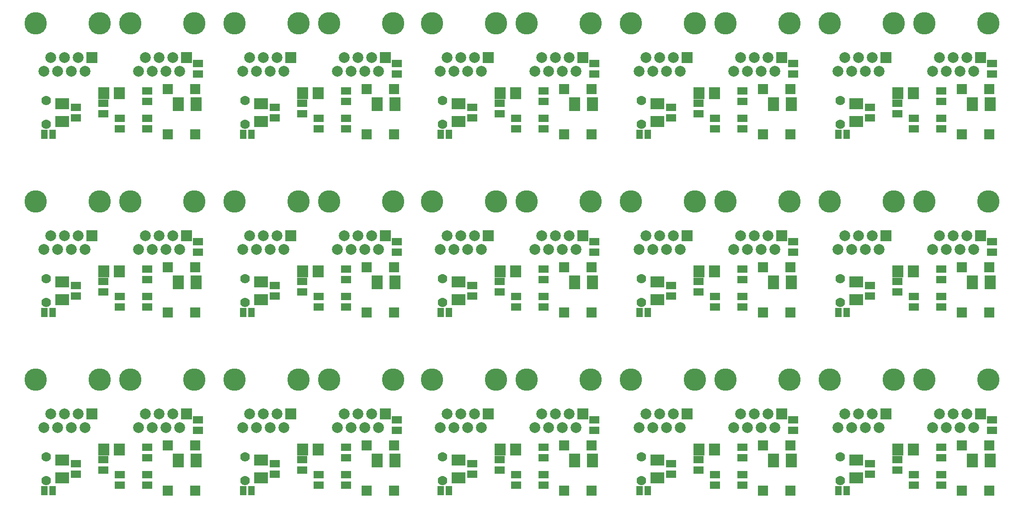
<source format=gbs>
G04 (created by PCBNEW-RS274X (2011-07-08)-stable) date Sun 14 Aug 2011 04:05:59 PM EDT*
G01*
G70*
G90*
%MOIN*%
G04 Gerber Fmt 3.4, Leading zero omitted, Abs format*
%FSLAX34Y34*%
G04 APERTURE LIST*
%ADD10C,0.006000*%
%ADD11R,0.045000X0.065000*%
%ADD12R,0.075000X0.055000*%
%ADD13R,0.075000X0.075000*%
%ADD14C,0.070000*%
%ADD15R,0.100000X0.080000*%
%ADD16R,0.080000X0.100000*%
%ADD17C,0.163700*%
%ADD18R,0.079100X0.079100*%
%ADD19C,0.079100*%
%ADD20R,0.082900X0.090900*%
G04 APERTURE END LIST*
G54D10*
G54D11*
X75900Y-55800D03*
X76500Y-55800D03*
G54D12*
X87100Y-51375D03*
X87100Y-50625D03*
G54D13*
X84900Y-55800D03*
X84900Y-52500D03*
G54D14*
X76030Y-55065D03*
X76030Y-53335D03*
G54D15*
X77200Y-54850D03*
X77200Y-53550D03*
G54D16*
X86950Y-53600D03*
X85650Y-53600D03*
G54D12*
X78200Y-54575D03*
X78200Y-53825D03*
X81400Y-55375D03*
X81400Y-54625D03*
X80200Y-53525D03*
X80200Y-54275D03*
X83400Y-53375D03*
X83400Y-52625D03*
X83400Y-54625D03*
X83400Y-55375D03*
G54D13*
X86900Y-55800D03*
X86900Y-52500D03*
G54D17*
X75262Y-47700D03*
X79935Y-47700D03*
G54D18*
X79350Y-50200D03*
G54D19*
X78850Y-51200D03*
X78350Y-50200D03*
X77850Y-51200D03*
X77350Y-50200D03*
X76850Y-51200D03*
X76350Y-50200D03*
X75850Y-51200D03*
G54D17*
X82162Y-47700D03*
X86835Y-47700D03*
G54D18*
X86250Y-50200D03*
G54D19*
X85750Y-51200D03*
X85250Y-50200D03*
X84750Y-51200D03*
X84250Y-50200D03*
X83750Y-51200D03*
X83250Y-50200D03*
X82750Y-51200D03*
G54D20*
X80241Y-52800D03*
X81359Y-52800D03*
G54D11*
X46900Y-55800D03*
X47500Y-55800D03*
G54D12*
X58100Y-51375D03*
X58100Y-50625D03*
G54D13*
X55900Y-55800D03*
X55900Y-52500D03*
G54D14*
X47030Y-55065D03*
X47030Y-53335D03*
G54D15*
X48200Y-54850D03*
X48200Y-53550D03*
G54D16*
X57950Y-53600D03*
X56650Y-53600D03*
G54D12*
X49200Y-54575D03*
X49200Y-53825D03*
X52400Y-55375D03*
X52400Y-54625D03*
X51200Y-53525D03*
X51200Y-54275D03*
X54400Y-53375D03*
X54400Y-52625D03*
X54400Y-54625D03*
X54400Y-55375D03*
G54D13*
X57900Y-55800D03*
X57900Y-52500D03*
G54D17*
X46262Y-47700D03*
X50935Y-47700D03*
G54D18*
X50350Y-50200D03*
G54D19*
X49850Y-51200D03*
X49350Y-50200D03*
X48850Y-51200D03*
X48350Y-50200D03*
X47850Y-51200D03*
X47350Y-50200D03*
X46850Y-51200D03*
G54D17*
X53162Y-47700D03*
X57835Y-47700D03*
G54D18*
X57250Y-50200D03*
G54D19*
X56750Y-51200D03*
X56250Y-50200D03*
X55750Y-51200D03*
X55250Y-50200D03*
X54750Y-51200D03*
X54250Y-50200D03*
X53750Y-51200D03*
G54D20*
X51241Y-52800D03*
X52359Y-52800D03*
X65741Y-52800D03*
X66859Y-52800D03*
G54D17*
X67662Y-47700D03*
X72335Y-47700D03*
G54D18*
X71750Y-50200D03*
G54D19*
X71250Y-51200D03*
X70750Y-50200D03*
X70250Y-51200D03*
X69750Y-50200D03*
X69250Y-51200D03*
X68750Y-50200D03*
X68250Y-51200D03*
G54D17*
X60762Y-47700D03*
X65435Y-47700D03*
G54D18*
X64850Y-50200D03*
G54D19*
X64350Y-51200D03*
X63850Y-50200D03*
X63350Y-51200D03*
X62850Y-50200D03*
X62350Y-51200D03*
X61850Y-50200D03*
X61350Y-51200D03*
G54D13*
X72400Y-52500D03*
X72400Y-55800D03*
G54D12*
X68900Y-54625D03*
X68900Y-55375D03*
X68900Y-53375D03*
X68900Y-52625D03*
X65700Y-53525D03*
X65700Y-54275D03*
X66900Y-55375D03*
X66900Y-54625D03*
X63700Y-54575D03*
X63700Y-53825D03*
G54D16*
X72450Y-53600D03*
X71150Y-53600D03*
G54D15*
X62700Y-54850D03*
X62700Y-53550D03*
G54D14*
X61530Y-55065D03*
X61530Y-53335D03*
G54D13*
X70400Y-52500D03*
X70400Y-55800D03*
G54D12*
X72600Y-51375D03*
X72600Y-50625D03*
G54D11*
X61400Y-55800D03*
X62000Y-55800D03*
X32500Y-55800D03*
X33100Y-55800D03*
G54D12*
X43700Y-51375D03*
X43700Y-50625D03*
G54D13*
X41500Y-55800D03*
X41500Y-52500D03*
G54D14*
X32630Y-55065D03*
X32630Y-53335D03*
G54D15*
X33800Y-54850D03*
X33800Y-53550D03*
G54D16*
X43550Y-53600D03*
X42250Y-53600D03*
G54D12*
X34800Y-54575D03*
X34800Y-53825D03*
X38000Y-55375D03*
X38000Y-54625D03*
X36800Y-53525D03*
X36800Y-54275D03*
X40000Y-53375D03*
X40000Y-52625D03*
X40000Y-54625D03*
X40000Y-55375D03*
G54D13*
X43500Y-55800D03*
X43500Y-52500D03*
G54D17*
X31862Y-47700D03*
X36535Y-47700D03*
G54D18*
X35950Y-50200D03*
G54D19*
X35450Y-51200D03*
X34950Y-50200D03*
X34450Y-51200D03*
X33950Y-50200D03*
X33450Y-51200D03*
X32950Y-50200D03*
X32450Y-51200D03*
G54D17*
X38762Y-47700D03*
X43435Y-47700D03*
G54D18*
X42850Y-50200D03*
G54D19*
X42350Y-51200D03*
X41850Y-50200D03*
X41350Y-51200D03*
X40850Y-50200D03*
X40350Y-51200D03*
X39850Y-50200D03*
X39350Y-51200D03*
G54D20*
X36841Y-52800D03*
X37959Y-52800D03*
X22341Y-52800D03*
X23459Y-52800D03*
G54D17*
X24262Y-47700D03*
X28935Y-47700D03*
G54D18*
X28350Y-50200D03*
G54D19*
X27850Y-51200D03*
X27350Y-50200D03*
X26850Y-51200D03*
X26350Y-50200D03*
X25850Y-51200D03*
X25350Y-50200D03*
X24850Y-51200D03*
G54D17*
X17362Y-47700D03*
X22035Y-47700D03*
G54D18*
X21450Y-50200D03*
G54D19*
X20950Y-51200D03*
X20450Y-50200D03*
X19950Y-51200D03*
X19450Y-50200D03*
X18950Y-51200D03*
X18450Y-50200D03*
X17950Y-51200D03*
G54D13*
X29000Y-52500D03*
X29000Y-55800D03*
G54D12*
X25500Y-54625D03*
X25500Y-55375D03*
X25500Y-53375D03*
X25500Y-52625D03*
X22300Y-53525D03*
X22300Y-54275D03*
X23500Y-55375D03*
X23500Y-54625D03*
X20300Y-54575D03*
X20300Y-53825D03*
G54D16*
X29050Y-53600D03*
X27750Y-53600D03*
G54D15*
X19300Y-54850D03*
X19300Y-53550D03*
G54D14*
X18130Y-55065D03*
X18130Y-53335D03*
G54D13*
X27000Y-52500D03*
X27000Y-55800D03*
G54D12*
X29200Y-51375D03*
X29200Y-50625D03*
G54D11*
X18000Y-55800D03*
X18600Y-55800D03*
X18000Y-42800D03*
X18600Y-42800D03*
G54D12*
X29200Y-38375D03*
X29200Y-37625D03*
G54D13*
X27000Y-42800D03*
X27000Y-39500D03*
G54D14*
X18130Y-42065D03*
X18130Y-40335D03*
G54D15*
X19300Y-41850D03*
X19300Y-40550D03*
G54D16*
X29050Y-40600D03*
X27750Y-40600D03*
G54D12*
X20300Y-41575D03*
X20300Y-40825D03*
X23500Y-42375D03*
X23500Y-41625D03*
X22300Y-40525D03*
X22300Y-41275D03*
X25500Y-40375D03*
X25500Y-39625D03*
X25500Y-41625D03*
X25500Y-42375D03*
G54D13*
X29000Y-42800D03*
X29000Y-39500D03*
G54D17*
X17362Y-34700D03*
X22035Y-34700D03*
G54D18*
X21450Y-37200D03*
G54D19*
X20950Y-38200D03*
X20450Y-37200D03*
X19950Y-38200D03*
X19450Y-37200D03*
X18950Y-38200D03*
X18450Y-37200D03*
X17950Y-38200D03*
G54D17*
X24262Y-34700D03*
X28935Y-34700D03*
G54D18*
X28350Y-37200D03*
G54D19*
X27850Y-38200D03*
X27350Y-37200D03*
X26850Y-38200D03*
X26350Y-37200D03*
X25850Y-38200D03*
X25350Y-37200D03*
X24850Y-38200D03*
G54D20*
X22341Y-39800D03*
X23459Y-39800D03*
X36841Y-39800D03*
X37959Y-39800D03*
G54D17*
X38762Y-34700D03*
X43435Y-34700D03*
G54D18*
X42850Y-37200D03*
G54D19*
X42350Y-38200D03*
X41850Y-37200D03*
X41350Y-38200D03*
X40850Y-37200D03*
X40350Y-38200D03*
X39850Y-37200D03*
X39350Y-38200D03*
G54D17*
X31862Y-34700D03*
X36535Y-34700D03*
G54D18*
X35950Y-37200D03*
G54D19*
X35450Y-38200D03*
X34950Y-37200D03*
X34450Y-38200D03*
X33950Y-37200D03*
X33450Y-38200D03*
X32950Y-37200D03*
X32450Y-38200D03*
G54D13*
X43500Y-39500D03*
X43500Y-42800D03*
G54D12*
X40000Y-41625D03*
X40000Y-42375D03*
X40000Y-40375D03*
X40000Y-39625D03*
X36800Y-40525D03*
X36800Y-41275D03*
X38000Y-42375D03*
X38000Y-41625D03*
X34800Y-41575D03*
X34800Y-40825D03*
G54D16*
X43550Y-40600D03*
X42250Y-40600D03*
G54D15*
X33800Y-41850D03*
X33800Y-40550D03*
G54D14*
X32630Y-42065D03*
X32630Y-40335D03*
G54D13*
X41500Y-39500D03*
X41500Y-42800D03*
G54D12*
X43700Y-38375D03*
X43700Y-37625D03*
G54D11*
X32500Y-42800D03*
X33100Y-42800D03*
X61400Y-42800D03*
X62000Y-42800D03*
G54D12*
X72600Y-38375D03*
X72600Y-37625D03*
G54D13*
X70400Y-42800D03*
X70400Y-39500D03*
G54D14*
X61530Y-42065D03*
X61530Y-40335D03*
G54D15*
X62700Y-41850D03*
X62700Y-40550D03*
G54D16*
X72450Y-40600D03*
X71150Y-40600D03*
G54D12*
X63700Y-41575D03*
X63700Y-40825D03*
X66900Y-42375D03*
X66900Y-41625D03*
X65700Y-40525D03*
X65700Y-41275D03*
X68900Y-40375D03*
X68900Y-39625D03*
X68900Y-41625D03*
X68900Y-42375D03*
G54D13*
X72400Y-42800D03*
X72400Y-39500D03*
G54D17*
X60762Y-34700D03*
X65435Y-34700D03*
G54D18*
X64850Y-37200D03*
G54D19*
X64350Y-38200D03*
X63850Y-37200D03*
X63350Y-38200D03*
X62850Y-37200D03*
X62350Y-38200D03*
X61850Y-37200D03*
X61350Y-38200D03*
G54D17*
X67662Y-34700D03*
X72335Y-34700D03*
G54D18*
X71750Y-37200D03*
G54D19*
X71250Y-38200D03*
X70750Y-37200D03*
X70250Y-38200D03*
X69750Y-37200D03*
X69250Y-38200D03*
X68750Y-37200D03*
X68250Y-38200D03*
G54D20*
X65741Y-39800D03*
X66859Y-39800D03*
X51241Y-39800D03*
X52359Y-39800D03*
G54D17*
X53162Y-34700D03*
X57835Y-34700D03*
G54D18*
X57250Y-37200D03*
G54D19*
X56750Y-38200D03*
X56250Y-37200D03*
X55750Y-38200D03*
X55250Y-37200D03*
X54750Y-38200D03*
X54250Y-37200D03*
X53750Y-38200D03*
G54D17*
X46262Y-34700D03*
X50935Y-34700D03*
G54D18*
X50350Y-37200D03*
G54D19*
X49850Y-38200D03*
X49350Y-37200D03*
X48850Y-38200D03*
X48350Y-37200D03*
X47850Y-38200D03*
X47350Y-37200D03*
X46850Y-38200D03*
G54D13*
X57900Y-39500D03*
X57900Y-42800D03*
G54D12*
X54400Y-41625D03*
X54400Y-42375D03*
X54400Y-40375D03*
X54400Y-39625D03*
X51200Y-40525D03*
X51200Y-41275D03*
X52400Y-42375D03*
X52400Y-41625D03*
X49200Y-41575D03*
X49200Y-40825D03*
G54D16*
X57950Y-40600D03*
X56650Y-40600D03*
G54D15*
X48200Y-41850D03*
X48200Y-40550D03*
G54D14*
X47030Y-42065D03*
X47030Y-40335D03*
G54D13*
X55900Y-39500D03*
X55900Y-42800D03*
G54D12*
X58100Y-38375D03*
X58100Y-37625D03*
G54D11*
X46900Y-42800D03*
X47500Y-42800D03*
G54D20*
X80241Y-39800D03*
X81359Y-39800D03*
G54D17*
X82162Y-34700D03*
X86835Y-34700D03*
G54D18*
X86250Y-37200D03*
G54D19*
X85750Y-38200D03*
X85250Y-37200D03*
X84750Y-38200D03*
X84250Y-37200D03*
X83750Y-38200D03*
X83250Y-37200D03*
X82750Y-38200D03*
G54D17*
X75262Y-34700D03*
X79935Y-34700D03*
G54D18*
X79350Y-37200D03*
G54D19*
X78850Y-38200D03*
X78350Y-37200D03*
X77850Y-38200D03*
X77350Y-37200D03*
X76850Y-38200D03*
X76350Y-37200D03*
X75850Y-38200D03*
G54D13*
X86900Y-39500D03*
X86900Y-42800D03*
G54D12*
X83400Y-41625D03*
X83400Y-42375D03*
X83400Y-40375D03*
X83400Y-39625D03*
X80200Y-40525D03*
X80200Y-41275D03*
X81400Y-42375D03*
X81400Y-41625D03*
X78200Y-41575D03*
X78200Y-40825D03*
G54D16*
X86950Y-40600D03*
X85650Y-40600D03*
G54D15*
X77200Y-41850D03*
X77200Y-40550D03*
G54D14*
X76030Y-42065D03*
X76030Y-40335D03*
G54D13*
X84900Y-39500D03*
X84900Y-42800D03*
G54D12*
X87100Y-38375D03*
X87100Y-37625D03*
G54D11*
X75900Y-42800D03*
X76500Y-42800D03*
X75900Y-29800D03*
X76500Y-29800D03*
G54D12*
X87100Y-25375D03*
X87100Y-24625D03*
G54D13*
X84900Y-29800D03*
X84900Y-26500D03*
G54D14*
X76030Y-29065D03*
X76030Y-27335D03*
G54D15*
X77200Y-28850D03*
X77200Y-27550D03*
G54D16*
X86950Y-27600D03*
X85650Y-27600D03*
G54D12*
X78200Y-28575D03*
X78200Y-27825D03*
X81400Y-29375D03*
X81400Y-28625D03*
X80200Y-27525D03*
X80200Y-28275D03*
X83400Y-27375D03*
X83400Y-26625D03*
X83400Y-28625D03*
X83400Y-29375D03*
G54D13*
X86900Y-29800D03*
X86900Y-26500D03*
G54D17*
X75262Y-21700D03*
X79935Y-21700D03*
G54D18*
X79350Y-24200D03*
G54D19*
X78850Y-25200D03*
X78350Y-24200D03*
X77850Y-25200D03*
X77350Y-24200D03*
X76850Y-25200D03*
X76350Y-24200D03*
X75850Y-25200D03*
G54D17*
X82162Y-21700D03*
X86835Y-21700D03*
G54D18*
X86250Y-24200D03*
G54D19*
X85750Y-25200D03*
X85250Y-24200D03*
X84750Y-25200D03*
X84250Y-24200D03*
X83750Y-25200D03*
X83250Y-24200D03*
X82750Y-25200D03*
G54D20*
X80241Y-26800D03*
X81359Y-26800D03*
G54D11*
X46900Y-29800D03*
X47500Y-29800D03*
G54D12*
X58100Y-25375D03*
X58100Y-24625D03*
G54D13*
X55900Y-29800D03*
X55900Y-26500D03*
G54D14*
X47030Y-29065D03*
X47030Y-27335D03*
G54D15*
X48200Y-28850D03*
X48200Y-27550D03*
G54D16*
X57950Y-27600D03*
X56650Y-27600D03*
G54D12*
X49200Y-28575D03*
X49200Y-27825D03*
X52400Y-29375D03*
X52400Y-28625D03*
X51200Y-27525D03*
X51200Y-28275D03*
X54400Y-27375D03*
X54400Y-26625D03*
X54400Y-28625D03*
X54400Y-29375D03*
G54D13*
X57900Y-29800D03*
X57900Y-26500D03*
G54D17*
X46262Y-21700D03*
X50935Y-21700D03*
G54D18*
X50350Y-24200D03*
G54D19*
X49850Y-25200D03*
X49350Y-24200D03*
X48850Y-25200D03*
X48350Y-24200D03*
X47850Y-25200D03*
X47350Y-24200D03*
X46850Y-25200D03*
G54D17*
X53162Y-21700D03*
X57835Y-21700D03*
G54D18*
X57250Y-24200D03*
G54D19*
X56750Y-25200D03*
X56250Y-24200D03*
X55750Y-25200D03*
X55250Y-24200D03*
X54750Y-25200D03*
X54250Y-24200D03*
X53750Y-25200D03*
G54D20*
X51241Y-26800D03*
X52359Y-26800D03*
X65741Y-26800D03*
X66859Y-26800D03*
G54D17*
X67662Y-21700D03*
X72335Y-21700D03*
G54D18*
X71750Y-24200D03*
G54D19*
X71250Y-25200D03*
X70750Y-24200D03*
X70250Y-25200D03*
X69750Y-24200D03*
X69250Y-25200D03*
X68750Y-24200D03*
X68250Y-25200D03*
G54D17*
X60762Y-21700D03*
X65435Y-21700D03*
G54D18*
X64850Y-24200D03*
G54D19*
X64350Y-25200D03*
X63850Y-24200D03*
X63350Y-25200D03*
X62850Y-24200D03*
X62350Y-25200D03*
X61850Y-24200D03*
X61350Y-25200D03*
G54D13*
X72400Y-26500D03*
X72400Y-29800D03*
G54D12*
X68900Y-28625D03*
X68900Y-29375D03*
X68900Y-27375D03*
X68900Y-26625D03*
X65700Y-27525D03*
X65700Y-28275D03*
X66900Y-29375D03*
X66900Y-28625D03*
X63700Y-28575D03*
X63700Y-27825D03*
G54D16*
X72450Y-27600D03*
X71150Y-27600D03*
G54D15*
X62700Y-28850D03*
X62700Y-27550D03*
G54D14*
X61530Y-29065D03*
X61530Y-27335D03*
G54D13*
X70400Y-26500D03*
X70400Y-29800D03*
G54D12*
X72600Y-25375D03*
X72600Y-24625D03*
G54D11*
X61400Y-29800D03*
X62000Y-29800D03*
X32500Y-29800D03*
X33100Y-29800D03*
G54D12*
X43700Y-25375D03*
X43700Y-24625D03*
G54D13*
X41500Y-29800D03*
X41500Y-26500D03*
G54D14*
X32630Y-29065D03*
X32630Y-27335D03*
G54D15*
X33800Y-28850D03*
X33800Y-27550D03*
G54D16*
X43550Y-27600D03*
X42250Y-27600D03*
G54D12*
X34800Y-28575D03*
X34800Y-27825D03*
X38000Y-29375D03*
X38000Y-28625D03*
X36800Y-27525D03*
X36800Y-28275D03*
X40000Y-27375D03*
X40000Y-26625D03*
X40000Y-28625D03*
X40000Y-29375D03*
G54D13*
X43500Y-29800D03*
X43500Y-26500D03*
G54D17*
X31862Y-21700D03*
X36535Y-21700D03*
G54D18*
X35950Y-24200D03*
G54D19*
X35450Y-25200D03*
X34950Y-24200D03*
X34450Y-25200D03*
X33950Y-24200D03*
X33450Y-25200D03*
X32950Y-24200D03*
X32450Y-25200D03*
G54D17*
X38762Y-21700D03*
X43435Y-21700D03*
G54D18*
X42850Y-24200D03*
G54D19*
X42350Y-25200D03*
X41850Y-24200D03*
X41350Y-25200D03*
X40850Y-24200D03*
X40350Y-25200D03*
X39850Y-24200D03*
X39350Y-25200D03*
G54D20*
X36841Y-26800D03*
X37959Y-26800D03*
X22341Y-26800D03*
X23459Y-26800D03*
G54D17*
X24262Y-21700D03*
X28935Y-21700D03*
G54D18*
X28350Y-24200D03*
G54D19*
X27850Y-25200D03*
X27350Y-24200D03*
X26850Y-25200D03*
X26350Y-24200D03*
X25850Y-25200D03*
X25350Y-24200D03*
X24850Y-25200D03*
G54D17*
X17362Y-21700D03*
X22035Y-21700D03*
G54D18*
X21450Y-24200D03*
G54D19*
X20950Y-25200D03*
X20450Y-24200D03*
X19950Y-25200D03*
X19450Y-24200D03*
X18950Y-25200D03*
X18450Y-24200D03*
X17950Y-25200D03*
G54D13*
X29000Y-26500D03*
X29000Y-29800D03*
G54D12*
X25500Y-28625D03*
X25500Y-29375D03*
X25500Y-27375D03*
X25500Y-26625D03*
X22300Y-27525D03*
X22300Y-28275D03*
X23500Y-29375D03*
X23500Y-28625D03*
X20300Y-28575D03*
X20300Y-27825D03*
G54D16*
X29050Y-27600D03*
X27750Y-27600D03*
G54D15*
X19300Y-28850D03*
X19300Y-27550D03*
G54D14*
X18130Y-29065D03*
X18130Y-27335D03*
G54D13*
X27000Y-26500D03*
X27000Y-29800D03*
G54D12*
X29200Y-25375D03*
X29200Y-24625D03*
G54D11*
X18000Y-29800D03*
X18600Y-29800D03*
M02*

</source>
